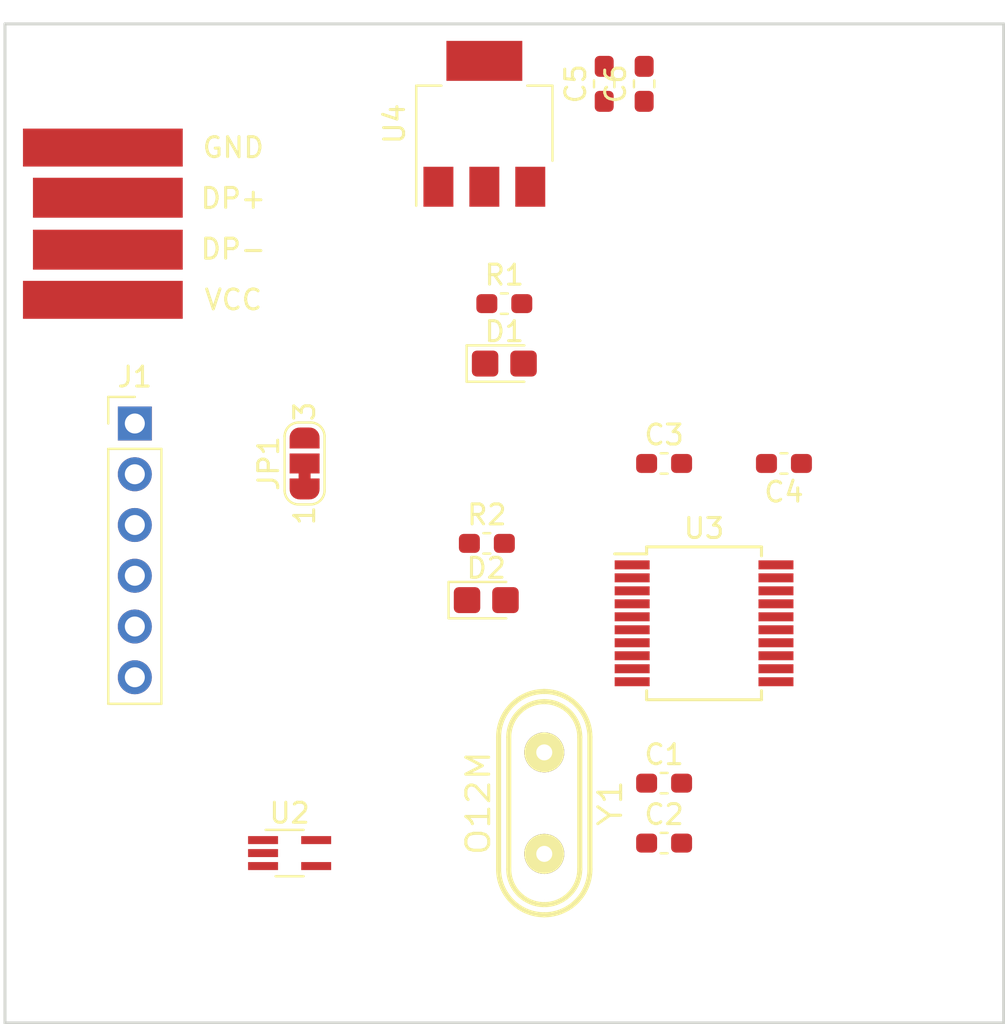
<source format=kicad_pcb>
(kicad_pcb (version 20171130) (host pcbnew 5.0.2-bee76a0~70~ubuntu18.04.1)

  (general
    (thickness 1.6)
    (drawings 4)
    (tracks 0)
    (zones 0)
    (modules 17)
    (nets 22)
  )

  (page A4)
  (layers
    (0 F.Cu signal)
    (31 B.Cu signal)
    (32 B.Adhes user)
    (33 F.Adhes user)
    (34 B.Paste user)
    (35 F.Paste user)
    (36 B.SilkS user)
    (37 F.SilkS user)
    (38 B.Mask user)
    (39 F.Mask user)
    (40 Dwgs.User user)
    (41 Cmts.User user)
    (42 Eco1.User user)
    (43 Eco2.User user)
    (44 Edge.Cuts user)
    (45 Margin user)
    (46 B.CrtYd user)
    (47 F.CrtYd user)
    (48 B.Fab user)
    (49 F.Fab user)
  )

  (setup
    (last_trace_width 0.5)
    (trace_clearance 1)
    (zone_clearance 0.508)
    (zone_45_only no)
    (trace_min 0.2)
    (segment_width 0.2)
    (edge_width 0.15)
    (via_size 1.5)
    (via_drill 0.4)
    (via_min_size 0.4)
    (via_min_drill 0.3)
    (uvia_size 0.3)
    (uvia_drill 0.1)
    (uvias_allowed no)
    (uvia_min_size 0.2)
    (uvia_min_drill 0.1)
    (pcb_text_width 0.3)
    (pcb_text_size 1.5 1.5)
    (mod_edge_width 0.15)
    (mod_text_size 1 1)
    (mod_text_width 0.15)
    (pad_size 1.524 1.524)
    (pad_drill 0.762)
    (pad_to_mask_clearance 0.051)
    (solder_mask_min_width 0.25)
    (aux_axis_origin 0 0)
    (visible_elements FFFFFF7F)
    (pcbplotparams
      (layerselection 0x010fc_ffffffff)
      (usegerberextensions false)
      (usegerberattributes false)
      (usegerberadvancedattributes false)
      (creategerberjobfile false)
      (excludeedgelayer true)
      (linewidth 0.100000)
      (plotframeref false)
      (viasonmask false)
      (mode 1)
      (useauxorigin false)
      (hpglpennumber 1)
      (hpglpenspeed 20)
      (hpglpendiameter 15.000000)
      (psnegative false)
      (psa4output false)
      (plotreference true)
      (plotvalue true)
      (plotinvisibletext false)
      (padsonsilk false)
      (subtractmaskfromsilk false)
      (outputformat 1)
      (mirror false)
      (drillshape 1)
      (scaleselection 1)
      (outputdirectory ""))
  )

  (net 0 "")
  (net 1 "Net-(C1-Pad1)")
  (net 2 "Net-(C2-Pad1)")
  (net 3 /DM)
  (net 4 /DP)
  (net 5 GND)
  (net 6 +5V)
  (net 7 VCC)
  (net 8 "Net-(D2-Pad2)")
  (net 9 "Net-(D1-Pad2)")
  (net 10 /RXD)
  (net 11 "Net-(D1-Pad1)")
  (net 12 +3V3)
  (net 13 /TXD)
  (net 14 "Net-(C3-Pad1)")
  (net 15 /~CTS~)
  (net 16 "Net-(U3-Pad10)")
  (net 17 "Net-(U3-Pad11)")
  (net 18 "Net-(U3-Pad12)")
  (net 19 /~DTR~)
  (net 20 "Net-(U3-Pad14)")
  (net 21 "Net-(U3-Pad15)")

  (net_class Default "This is the default net class."
    (clearance 1)
    (trace_width 0.5)
    (via_dia 1.5)
    (via_drill 0.4)
    (uvia_dia 0.3)
    (uvia_drill 0.1)
    (add_net /DM)
    (add_net /DP)
    (add_net /RXD)
    (add_net /TXD)
    (add_net /~CTS~)
    (add_net /~DTR~)
    (add_net "Net-(C1-Pad1)")
    (add_net "Net-(C2-Pad1)")
    (add_net "Net-(C3-Pad1)")
    (add_net "Net-(D1-Pad1)")
    (add_net "Net-(D1-Pad2)")
    (add_net "Net-(D2-Pad2)")
    (add_net "Net-(U3-Pad10)")
    (add_net "Net-(U3-Pad11)")
    (add_net "Net-(U3-Pad12)")
    (add_net "Net-(U3-Pad14)")
    (add_net "Net-(U3-Pad15)")
  )

  (net_class GND ""
    (clearance 1)
    (trace_width 1)
    (via_dia 1.5)
    (via_drill 0.4)
    (uvia_dia 0.3)
    (uvia_drill 0.1)
    (add_net GND)
  )

  (net_class PWR ""
    (clearance 1)
    (trace_width 0.75)
    (via_dia 1.5)
    (via_drill 0.4)
    (uvia_dia 0.3)
    (uvia_drill 0.1)
    (add_net +3V3)
    (add_net +5V)
    (add_net VCC)
  )

  (module Capacitor_SMD:C_0603_1608Metric_Pad1.05x0.95mm_HandSolder (layer F.Cu) (tedit 5B301BBE) (tstamp 5C137800)
    (at 33 41)
    (descr "Capacitor SMD 0603 (1608 Metric), square (rectangular) end terminal, IPC_7351 nominal with elongated pad for handsoldering. (Body size source: http://www.tortai-tech.com/upload/download/2011102023233369053.pdf), generated with kicad-footprint-generator")
    (tags "capacitor handsolder")
    (path /5C0584A5)
    (attr smd)
    (fp_text reference C2 (at 0 -1.43) (layer F.SilkS)
      (effects (font (size 1 1) (thickness 0.15)))
    )
    (fp_text value C10pf,0603 (at 0 1.43) (layer F.Fab)
      (effects (font (size 1 1) (thickness 0.15)))
    )
    (fp_text user %R (at 0 0) (layer F.Fab)
      (effects (font (size 0.4 0.4) (thickness 0.06)))
    )
    (fp_line (start 1.65 0.73) (end -1.65 0.73) (layer F.CrtYd) (width 0.05))
    (fp_line (start 1.65 -0.73) (end 1.65 0.73) (layer F.CrtYd) (width 0.05))
    (fp_line (start -1.65 -0.73) (end 1.65 -0.73) (layer F.CrtYd) (width 0.05))
    (fp_line (start -1.65 0.73) (end -1.65 -0.73) (layer F.CrtYd) (width 0.05))
    (fp_line (start -0.171267 0.51) (end 0.171267 0.51) (layer F.SilkS) (width 0.12))
    (fp_line (start -0.171267 -0.51) (end 0.171267 -0.51) (layer F.SilkS) (width 0.12))
    (fp_line (start 0.8 0.4) (end -0.8 0.4) (layer F.Fab) (width 0.1))
    (fp_line (start 0.8 -0.4) (end 0.8 0.4) (layer F.Fab) (width 0.1))
    (fp_line (start -0.8 -0.4) (end 0.8 -0.4) (layer F.Fab) (width 0.1))
    (fp_line (start -0.8 0.4) (end -0.8 -0.4) (layer F.Fab) (width 0.1))
    (pad 2 smd roundrect (at 0.875 0) (size 1.05 0.95) (layers F.Cu F.Paste F.Mask) (roundrect_rratio 0.25)
      (net 5 GND))
    (pad 1 smd roundrect (at -0.875 0) (size 1.05 0.95) (layers F.Cu F.Paste F.Mask) (roundrect_rratio 0.25)
      (net 2 "Net-(C2-Pad1)"))
    (model ${KISYS3DMOD}/Capacitor_SMD.3dshapes/C_0603_1608Metric.wrl
      (at (xyz 0 0 0))
      (scale (xyz 1 1 1))
      (rotate (xyz 0 0 0))
    )
  )

  (module Capacitor_SMD:C_0603_1608Metric_Pad1.05x0.95mm_HandSolder (layer F.Cu) (tedit 5B301BBE) (tstamp 5C1377EF)
    (at 33 22)
    (descr "Capacitor SMD 0603 (1608 Metric), square (rectangular) end terminal, IPC_7351 nominal with elongated pad for handsoldering. (Body size source: http://www.tortai-tech.com/upload/download/2011102023233369053.pdf), generated with kicad-footprint-generator")
    (tags "capacitor handsolder")
    (path /5C058164)
    (attr smd)
    (fp_text reference C3 (at 0 -1.43) (layer F.SilkS)
      (effects (font (size 1 1) (thickness 0.15)))
    )
    (fp_text value C103,0603 (at 0 1.43) (layer F.Fab)
      (effects (font (size 1 1) (thickness 0.15)))
    )
    (fp_line (start -0.8 0.4) (end -0.8 -0.4) (layer F.Fab) (width 0.1))
    (fp_line (start -0.8 -0.4) (end 0.8 -0.4) (layer F.Fab) (width 0.1))
    (fp_line (start 0.8 -0.4) (end 0.8 0.4) (layer F.Fab) (width 0.1))
    (fp_line (start 0.8 0.4) (end -0.8 0.4) (layer F.Fab) (width 0.1))
    (fp_line (start -0.171267 -0.51) (end 0.171267 -0.51) (layer F.SilkS) (width 0.12))
    (fp_line (start -0.171267 0.51) (end 0.171267 0.51) (layer F.SilkS) (width 0.12))
    (fp_line (start -1.65 0.73) (end -1.65 -0.73) (layer F.CrtYd) (width 0.05))
    (fp_line (start -1.65 -0.73) (end 1.65 -0.73) (layer F.CrtYd) (width 0.05))
    (fp_line (start 1.65 -0.73) (end 1.65 0.73) (layer F.CrtYd) (width 0.05))
    (fp_line (start 1.65 0.73) (end -1.65 0.73) (layer F.CrtYd) (width 0.05))
    (fp_text user %R (at 0 0) (layer F.Fab)
      (effects (font (size 0.4 0.4) (thickness 0.06)))
    )
    (pad 1 smd roundrect (at -0.875 0) (size 1.05 0.95) (layers F.Cu F.Paste F.Mask) (roundrect_rratio 0.25)
      (net 14 "Net-(C3-Pad1)"))
    (pad 2 smd roundrect (at 0.875 0) (size 1.05 0.95) (layers F.Cu F.Paste F.Mask) (roundrect_rratio 0.25)
      (net 5 GND))
    (model ${KISYS3DMOD}/Capacitor_SMD.3dshapes/C_0603_1608Metric.wrl
      (at (xyz 0 0 0))
      (scale (xyz 1 1 1))
      (rotate (xyz 0 0 0))
    )
  )

  (module Capacitor_SMD:C_0603_1608Metric_Pad1.05x0.95mm_HandSolder (layer F.Cu) (tedit 5B301BBE) (tstamp 5C1377DE)
    (at 39 22 180)
    (descr "Capacitor SMD 0603 (1608 Metric), square (rectangular) end terminal, IPC_7351 nominal with elongated pad for handsoldering. (Body size source: http://www.tortai-tech.com/upload/download/2011102023233369053.pdf), generated with kicad-footprint-generator")
    (tags "capacitor handsolder")
    (path /5C058D78)
    (attr smd)
    (fp_text reference C4 (at 0 -1.43 180) (layer F.SilkS)
      (effects (font (size 1 1) (thickness 0.15)))
    )
    (fp_text value C104,0603 (at 0 1.43 180) (layer F.Fab)
      (effects (font (size 1 1) (thickness 0.15)))
    )
    (fp_text user %R (at 0 0 180) (layer F.Fab)
      (effects (font (size 0.4 0.4) (thickness 0.06)))
    )
    (fp_line (start 1.65 0.73) (end -1.65 0.73) (layer F.CrtYd) (width 0.05))
    (fp_line (start 1.65 -0.73) (end 1.65 0.73) (layer F.CrtYd) (width 0.05))
    (fp_line (start -1.65 -0.73) (end 1.65 -0.73) (layer F.CrtYd) (width 0.05))
    (fp_line (start -1.65 0.73) (end -1.65 -0.73) (layer F.CrtYd) (width 0.05))
    (fp_line (start -0.171267 0.51) (end 0.171267 0.51) (layer F.SilkS) (width 0.12))
    (fp_line (start -0.171267 -0.51) (end 0.171267 -0.51) (layer F.SilkS) (width 0.12))
    (fp_line (start 0.8 0.4) (end -0.8 0.4) (layer F.Fab) (width 0.1))
    (fp_line (start 0.8 -0.4) (end 0.8 0.4) (layer F.Fab) (width 0.1))
    (fp_line (start -0.8 -0.4) (end 0.8 -0.4) (layer F.Fab) (width 0.1))
    (fp_line (start -0.8 0.4) (end -0.8 -0.4) (layer F.Fab) (width 0.1))
    (pad 2 smd roundrect (at 0.875 0 180) (size 1.05 0.95) (layers F.Cu F.Paste F.Mask) (roundrect_rratio 0.25)
      (net 5 GND))
    (pad 1 smd roundrect (at -0.875 0 180) (size 1.05 0.95) (layers F.Cu F.Paste F.Mask) (roundrect_rratio 0.25)
      (net 7 VCC))
    (model ${KISYS3DMOD}/Capacitor_SMD.3dshapes/C_0603_1608Metric.wrl
      (at (xyz 0 0 0))
      (scale (xyz 1 1 1))
      (rotate (xyz 0 0 0))
    )
  )

  (module Capacitor_SMD:C_0603_1608Metric_Pad1.05x0.95mm_HandSolder (layer F.Cu) (tedit 5B301BBE) (tstamp 5C1377CD)
    (at 30 3 90)
    (descr "Capacitor SMD 0603 (1608 Metric), square (rectangular) end terminal, IPC_7351 nominal with elongated pad for handsoldering. (Body size source: http://www.tortai-tech.com/upload/download/2011102023233369053.pdf), generated with kicad-footprint-generator")
    (tags "capacitor handsolder")
    (path /5C065B34)
    (attr smd)
    (fp_text reference C5 (at 0 -1.43 90) (layer F.SilkS)
      (effects (font (size 1 1) (thickness 0.15)))
    )
    (fp_text value C105,0603 (at 0 1.43 90) (layer F.Fab)
      (effects (font (size 1 1) (thickness 0.15)))
    )
    (fp_line (start -0.8 0.4) (end -0.8 -0.4) (layer F.Fab) (width 0.1))
    (fp_line (start -0.8 -0.4) (end 0.8 -0.4) (layer F.Fab) (width 0.1))
    (fp_line (start 0.8 -0.4) (end 0.8 0.4) (layer F.Fab) (width 0.1))
    (fp_line (start 0.8 0.4) (end -0.8 0.4) (layer F.Fab) (width 0.1))
    (fp_line (start -0.171267 -0.51) (end 0.171267 -0.51) (layer F.SilkS) (width 0.12))
    (fp_line (start -0.171267 0.51) (end 0.171267 0.51) (layer F.SilkS) (width 0.12))
    (fp_line (start -1.65 0.73) (end -1.65 -0.73) (layer F.CrtYd) (width 0.05))
    (fp_line (start -1.65 -0.73) (end 1.65 -0.73) (layer F.CrtYd) (width 0.05))
    (fp_line (start 1.65 -0.73) (end 1.65 0.73) (layer F.CrtYd) (width 0.05))
    (fp_line (start 1.65 0.73) (end -1.65 0.73) (layer F.CrtYd) (width 0.05))
    (fp_text user %R (at 0 0 90) (layer F.Fab)
      (effects (font (size 0.4 0.4) (thickness 0.06)))
    )
    (pad 1 smd roundrect (at -0.875 0 90) (size 1.05 0.95) (layers F.Cu F.Paste F.Mask) (roundrect_rratio 0.25)
      (net 6 +5V))
    (pad 2 smd roundrect (at 0.875 0 90) (size 1.05 0.95) (layers F.Cu F.Paste F.Mask) (roundrect_rratio 0.25)
      (net 5 GND))
    (model ${KISYS3DMOD}/Capacitor_SMD.3dshapes/C_0603_1608Metric.wrl
      (at (xyz 0 0 0))
      (scale (xyz 1 1 1))
      (rotate (xyz 0 0 0))
    )
  )

  (module Capacitor_SMD:C_0603_1608Metric_Pad1.05x0.95mm_HandSolder (layer F.Cu) (tedit 5B301BBE) (tstamp 5C1377BC)
    (at 32 3 90)
    (descr "Capacitor SMD 0603 (1608 Metric), square (rectangular) end terminal, IPC_7351 nominal with elongated pad for handsoldering. (Body size source: http://www.tortai-tech.com/upload/download/2011102023233369053.pdf), generated with kicad-footprint-generator")
    (tags "capacitor handsolder")
    (path /5C065CBD)
    (attr smd)
    (fp_text reference C6 (at 0 -1.43 90) (layer F.SilkS)
      (effects (font (size 1 1) (thickness 0.15)))
    )
    (fp_text value C105,0603 (at 0 1.43 90) (layer F.Fab)
      (effects (font (size 1 1) (thickness 0.15)))
    )
    (fp_text user %R (at 0 0 90) (layer F.Fab)
      (effects (font (size 0.4 0.4) (thickness 0.06)))
    )
    (fp_line (start 1.65 0.73) (end -1.65 0.73) (layer F.CrtYd) (width 0.05))
    (fp_line (start 1.65 -0.73) (end 1.65 0.73) (layer F.CrtYd) (width 0.05))
    (fp_line (start -1.65 -0.73) (end 1.65 -0.73) (layer F.CrtYd) (width 0.05))
    (fp_line (start -1.65 0.73) (end -1.65 -0.73) (layer F.CrtYd) (width 0.05))
    (fp_line (start -0.171267 0.51) (end 0.171267 0.51) (layer F.SilkS) (width 0.12))
    (fp_line (start -0.171267 -0.51) (end 0.171267 -0.51) (layer F.SilkS) (width 0.12))
    (fp_line (start 0.8 0.4) (end -0.8 0.4) (layer F.Fab) (width 0.1))
    (fp_line (start 0.8 -0.4) (end 0.8 0.4) (layer F.Fab) (width 0.1))
    (fp_line (start -0.8 -0.4) (end 0.8 -0.4) (layer F.Fab) (width 0.1))
    (fp_line (start -0.8 0.4) (end -0.8 -0.4) (layer F.Fab) (width 0.1))
    (pad 2 smd roundrect (at 0.875 0 90) (size 1.05 0.95) (layers F.Cu F.Paste F.Mask) (roundrect_rratio 0.25)
      (net 5 GND))
    (pad 1 smd roundrect (at -0.875 0 90) (size 1.05 0.95) (layers F.Cu F.Paste F.Mask) (roundrect_rratio 0.25)
      (net 12 +3V3))
    (model ${KISYS3DMOD}/Capacitor_SMD.3dshapes/C_0603_1608Metric.wrl
      (at (xyz 0 0 0))
      (scale (xyz 1 1 1))
      (rotate (xyz 0 0 0))
    )
  )

  (module Capacitor_SMD:C_0603_1608Metric_Pad1.05x0.95mm_HandSolder (layer F.Cu) (tedit 5B301BBE) (tstamp 5C1377AB)
    (at 33 38)
    (descr "Capacitor SMD 0603 (1608 Metric), square (rectangular) end terminal, IPC_7351 nominal with elongated pad for handsoldering. (Body size source: http://www.tortai-tech.com/upload/download/2011102023233369053.pdf), generated with kicad-footprint-generator")
    (tags "capacitor handsolder")
    (path /5C05845E)
    (attr smd)
    (fp_text reference C1 (at 0 -1.43) (layer F.SilkS)
      (effects (font (size 1 1) (thickness 0.15)))
    )
    (fp_text value C10pf,0603 (at 0 1.43) (layer F.Fab)
      (effects (font (size 1 1) (thickness 0.15)))
    )
    (fp_line (start -0.8 0.4) (end -0.8 -0.4) (layer F.Fab) (width 0.1))
    (fp_line (start -0.8 -0.4) (end 0.8 -0.4) (layer F.Fab) (width 0.1))
    (fp_line (start 0.8 -0.4) (end 0.8 0.4) (layer F.Fab) (width 0.1))
    (fp_line (start 0.8 0.4) (end -0.8 0.4) (layer F.Fab) (width 0.1))
    (fp_line (start -0.171267 -0.51) (end 0.171267 -0.51) (layer F.SilkS) (width 0.12))
    (fp_line (start -0.171267 0.51) (end 0.171267 0.51) (layer F.SilkS) (width 0.12))
    (fp_line (start -1.65 0.73) (end -1.65 -0.73) (layer F.CrtYd) (width 0.05))
    (fp_line (start -1.65 -0.73) (end 1.65 -0.73) (layer F.CrtYd) (width 0.05))
    (fp_line (start 1.65 -0.73) (end 1.65 0.73) (layer F.CrtYd) (width 0.05))
    (fp_line (start 1.65 0.73) (end -1.65 0.73) (layer F.CrtYd) (width 0.05))
    (fp_text user %R (at 0 0) (layer F.Fab)
      (effects (font (size 0.4 0.4) (thickness 0.06)))
    )
    (pad 1 smd roundrect (at -0.875 0) (size 1.05 0.95) (layers F.Cu F.Paste F.Mask) (roundrect_rratio 0.25)
      (net 1 "Net-(C1-Pad1)"))
    (pad 2 smd roundrect (at 0.875 0) (size 1.05 0.95) (layers F.Cu F.Paste F.Mask) (roundrect_rratio 0.25)
      (net 5 GND))
    (model ${KISYS3DMOD}/Capacitor_SMD.3dshapes/C_0603_1608Metric.wrl
      (at (xyz 0 0 0))
      (scale (xyz 1 1 1))
      (rotate (xyz 0 0 0))
    )
  )

  (module Connector_PinHeader_2.54mm:PinHeader_1x06_P2.54mm_Vertical (layer F.Cu) (tedit 59FED5CC) (tstamp 5C13779A)
    (at 6.5 20)
    (descr "Through hole straight pin header, 1x06, 2.54mm pitch, single row")
    (tags "Through hole pin header THT 1x06 2.54mm single row")
    (path /5C06BE8D)
    (fp_text reference J1 (at 0 -2.33) (layer F.SilkS)
      (effects (font (size 1 1) (thickness 0.15)))
    )
    (fp_text value Conn_01x06 (at 0 15.03) (layer F.Fab)
      (effects (font (size 1 1) (thickness 0.15)))
    )
    (fp_line (start -0.635 -1.27) (end 1.27 -1.27) (layer F.Fab) (width 0.1))
    (fp_line (start 1.27 -1.27) (end 1.27 13.97) (layer F.Fab) (width 0.1))
    (fp_line (start 1.27 13.97) (end -1.27 13.97) (layer F.Fab) (width 0.1))
    (fp_line (start -1.27 13.97) (end -1.27 -0.635) (layer F.Fab) (width 0.1))
    (fp_line (start -1.27 -0.635) (end -0.635 -1.27) (layer F.Fab) (width 0.1))
    (fp_line (start -1.33 14.03) (end 1.33 14.03) (layer F.SilkS) (width 0.12))
    (fp_line (start -1.33 1.27) (end -1.33 14.03) (layer F.SilkS) (width 0.12))
    (fp_line (start 1.33 1.27) (end 1.33 14.03) (layer F.SilkS) (width 0.12))
    (fp_line (start -1.33 1.27) (end 1.33 1.27) (layer F.SilkS) (width 0.12))
    (fp_line (start -1.33 0) (end -1.33 -1.33) (layer F.SilkS) (width 0.12))
    (fp_line (start -1.33 -1.33) (end 0 -1.33) (layer F.SilkS) (width 0.12))
    (fp_line (start -1.8 -1.8) (end -1.8 14.5) (layer F.CrtYd) (width 0.05))
    (fp_line (start -1.8 14.5) (end 1.8 14.5) (layer F.CrtYd) (width 0.05))
    (fp_line (start 1.8 14.5) (end 1.8 -1.8) (layer F.CrtYd) (width 0.05))
    (fp_line (start 1.8 -1.8) (end -1.8 -1.8) (layer F.CrtYd) (width 0.05))
    (fp_text user %R (at 0 6.35 90) (layer F.Fab)
      (effects (font (size 1 1) (thickness 0.15)))
    )
    (pad 1 thru_hole rect (at 0 0) (size 1.7 1.7) (drill 1) (layers *.Cu *.Mask)
      (net 5 GND))
    (pad 2 thru_hole oval (at 0 2.54) (size 1.7 1.7) (drill 1) (layers *.Cu *.Mask)
      (net 15 /~CTS~))
    (pad 3 thru_hole oval (at 0 5.08) (size 1.7 1.7) (drill 1) (layers *.Cu *.Mask)
      (net 7 VCC))
    (pad 4 thru_hole oval (at 0 7.62) (size 1.7 1.7) (drill 1) (layers *.Cu *.Mask)
      (net 13 /TXD))
    (pad 5 thru_hole oval (at 0 10.16) (size 1.7 1.7) (drill 1) (layers *.Cu *.Mask)
      (net 10 /RXD))
    (pad 6 thru_hole oval (at 0 12.7) (size 1.7 1.7) (drill 1) (layers *.Cu *.Mask)
      (net 19 /~DTR~))
    (model ${KISYS3DMOD}/Connector_PinHeader_2.54mm.3dshapes/PinHeader_1x06_P2.54mm_Vertical.wrl
      (at (xyz 0 0 0))
      (scale (xyz 1 1 1))
      (rotate (xyz 0 0 0))
    )
  )

  (module Jumper:SolderJumper-3_P1.3mm_Bridged12_RoundedPad1.0x1.5mm_NumberLabels (layer F.Cu) (tedit 5B391DD7) (tstamp 5C137780)
    (at 15 22 90)
    (descr "SMD Solder 3-pad Jumper, 1x1.5mm rounded Pads, 0.3mm gap, pads 1-2 bridged with 1 copper strip, labeled with numbers")
    (tags "solder jumper open")
    (path /5C073522)
    (attr virtual)
    (fp_text reference JP1 (at 0 -1.8 90) (layer F.SilkS)
      (effects (font (size 1 1) (thickness 0.15)))
    )
    (fp_text value SolderJumper_3_Bridged12 (at 0 1.9 90) (layer F.Fab)
      (effects (font (size 1 1) (thickness 0.15)))
    )
    (fp_text user 3 (at 2.6 0 90) (layer F.SilkS)
      (effects (font (size 1 1) (thickness 0.15)))
    )
    (fp_text user 1 (at -2.6 0 90) (layer F.SilkS)
      (effects (font (size 1 1) (thickness 0.15)))
    )
    (fp_line (start -2.05 0.3) (end -2.05 -0.3) (layer F.SilkS) (width 0.12))
    (fp_line (start 1.4 1) (end -1.4 1) (layer F.SilkS) (width 0.12))
    (fp_line (start 2.05 -0.3) (end 2.05 0.3) (layer F.SilkS) (width 0.12))
    (fp_line (start -1.4 -1) (end 1.4 -1) (layer F.SilkS) (width 0.12))
    (fp_line (start -2.3 -1.25) (end 2.3 -1.25) (layer F.CrtYd) (width 0.05))
    (fp_line (start -2.3 -1.25) (end -2.3 1.25) (layer F.CrtYd) (width 0.05))
    (fp_line (start 2.3 1.25) (end 2.3 -1.25) (layer F.CrtYd) (width 0.05))
    (fp_line (start 2.3 1.25) (end -2.3 1.25) (layer F.CrtYd) (width 0.05))
    (fp_arc (start 1.35 -0.3) (end 2.05 -0.3) (angle -90) (layer F.SilkS) (width 0.12))
    (fp_arc (start 1.35 0.3) (end 1.35 1) (angle -90) (layer F.SilkS) (width 0.12))
    (fp_arc (start -1.35 0.3) (end -2.05 0.3) (angle -90) (layer F.SilkS) (width 0.12))
    (fp_arc (start -1.35 -0.3) (end -1.35 -1) (angle -90) (layer F.SilkS) (width 0.12))
    (pad 1 smd custom (at -1.3 0 90) (size 1 0.5) (layers F.Cu F.Mask)
      (net 12 +3V3) (zone_connect 0)
      (options (clearance outline) (anchor rect))
      (primitives
        (gr_circle (center 0 0.25) (end 0.5 0.25) (width 0))
        (gr_circle (center 0 -0.25) (end 0.5 -0.25) (width 0))
        (gr_poly (pts
           (xy 0.55 -0.75) (xy 0 -0.75) (xy 0 0.75) (xy 0.55 0.75)) (width 0))
        (gr_poly (pts
           (xy 0.4 -0.3) (xy 0.9 -0.3) (xy 0.9 0.3) (xy 0.4 0.3)) (width 0))
      ))
    (pad 3 smd custom (at 1.3 0 90) (size 1 0.5) (layers F.Cu F.Mask)
      (net 6 +5V) (zone_connect 0)
      (options (clearance outline) (anchor rect))
      (primitives
        (gr_circle (center 0 0.25) (end 0.5 0.25) (width 0))
        (gr_circle (center 0 -0.25) (end 0.5 -0.25) (width 0))
        (gr_poly (pts
           (xy -0.55 -0.75) (xy 0 -0.75) (xy 0 0.75) (xy -0.55 0.75)) (width 0))
      ))
    (pad 2 smd rect (at 0 0 90) (size 1 1.5) (layers F.Cu F.Mask)
      (net 7 VCC))
  )

  (module LED_SMD:LED_0805_2012Metric_Castellated (layer F.Cu) (tedit 5B36C52C) (tstamp 5C13776B)
    (at 25 17)
    (descr "LED SMD 0805 (2012 Metric), castellated end terminal, IPC_7351 nominal, (Body size source: https://docs.google.com/spreadsheets/d/1BsfQQcO9C6DZCsRaXUlFlo91Tg2WpOkGARC1WS5S8t0/edit?usp=sharing), generated with kicad-footprint-generator")
    (tags "LED castellated")
    (path /5C06097E)
    (attr smd)
    (fp_text reference D1 (at 0 -1.6) (layer F.SilkS)
      (effects (font (size 1 1) (thickness 0.15)))
    )
    (fp_text value LED_ORANGE (at 0 1.6) (layer F.Fab)
      (effects (font (size 1 1) (thickness 0.15)))
    )
    (fp_text user %R (at 0 0) (layer F.Fab)
      (effects (font (size 0.5 0.5) (thickness 0.08)))
    )
    (fp_line (start 1.88 0.9) (end -1.88 0.9) (layer F.CrtYd) (width 0.05))
    (fp_line (start 1.88 -0.9) (end 1.88 0.9) (layer F.CrtYd) (width 0.05))
    (fp_line (start -1.88 -0.9) (end 1.88 -0.9) (layer F.CrtYd) (width 0.05))
    (fp_line (start -1.88 0.9) (end -1.88 -0.9) (layer F.CrtYd) (width 0.05))
    (fp_line (start -1.885 0.91) (end 1 0.91) (layer F.SilkS) (width 0.12))
    (fp_line (start -1.885 -0.91) (end -1.885 0.91) (layer F.SilkS) (width 0.12))
    (fp_line (start 1 -0.91) (end -1.885 -0.91) (layer F.SilkS) (width 0.12))
    (fp_line (start 1 0.6) (end 1 -0.6) (layer F.Fab) (width 0.1))
    (fp_line (start -1 0.6) (end 1 0.6) (layer F.Fab) (width 0.1))
    (fp_line (start -1 -0.3) (end -1 0.6) (layer F.Fab) (width 0.1))
    (fp_line (start -0.7 -0.6) (end -1 -0.3) (layer F.Fab) (width 0.1))
    (fp_line (start 1 -0.6) (end -0.7 -0.6) (layer F.Fab) (width 0.1))
    (pad 2 smd roundrect (at 0.9625 0) (size 1.325 1.3) (layers F.Cu F.Paste F.Mask) (roundrect_rratio 0.192308)
      (net 9 "Net-(D1-Pad2)"))
    (pad 1 smd roundrect (at -0.9625 0) (size 1.325 1.3) (layers F.Cu F.Paste F.Mask) (roundrect_rratio 0.192308)
      (net 11 "Net-(D1-Pad1)"))
    (model ${KISYS3DMOD}/LED_SMD.3dshapes/LED_0805_2012Metric_Castellated.wrl
      (at (xyz 0 0 0))
      (scale (xyz 1 1 1))
      (rotate (xyz 0 0 0))
    )
  )

  (module LED_SMD:LED_0805_2012Metric_Castellated (layer F.Cu) (tedit 5B36C52C) (tstamp 5C137758)
    (at 24.095001 28.840001)
    (descr "LED SMD 0805 (2012 Metric), castellated end terminal, IPC_7351 nominal, (Body size source: https://docs.google.com/spreadsheets/d/1BsfQQcO9C6DZCsRaXUlFlo91Tg2WpOkGARC1WS5S8t0/edit?usp=sharing), generated with kicad-footprint-generator")
    (tags "LED castellated")
    (path /5C05A358)
    (attr smd)
    (fp_text reference D2 (at 0 -1.6) (layer F.SilkS)
      (effects (font (size 1 1) (thickness 0.15)))
    )
    (fp_text value LED_GREEN (at 0 1.6) (layer F.Fab)
      (effects (font (size 1 1) (thickness 0.15)))
    )
    (fp_line (start 1 -0.6) (end -0.7 -0.6) (layer F.Fab) (width 0.1))
    (fp_line (start -0.7 -0.6) (end -1 -0.3) (layer F.Fab) (width 0.1))
    (fp_line (start -1 -0.3) (end -1 0.6) (layer F.Fab) (width 0.1))
    (fp_line (start -1 0.6) (end 1 0.6) (layer F.Fab) (width 0.1))
    (fp_line (start 1 0.6) (end 1 -0.6) (layer F.Fab) (width 0.1))
    (fp_line (start 1 -0.91) (end -1.885 -0.91) (layer F.SilkS) (width 0.12))
    (fp_line (start -1.885 -0.91) (end -1.885 0.91) (layer F.SilkS) (width 0.12))
    (fp_line (start -1.885 0.91) (end 1 0.91) (layer F.SilkS) (width 0.12))
    (fp_line (start -1.88 0.9) (end -1.88 -0.9) (layer F.CrtYd) (width 0.05))
    (fp_line (start -1.88 -0.9) (end 1.88 -0.9) (layer F.CrtYd) (width 0.05))
    (fp_line (start 1.88 -0.9) (end 1.88 0.9) (layer F.CrtYd) (width 0.05))
    (fp_line (start 1.88 0.9) (end -1.88 0.9) (layer F.CrtYd) (width 0.05))
    (fp_text user %R (at 0 0) (layer F.Fab)
      (effects (font (size 0.5 0.5) (thickness 0.08)))
    )
    (pad 1 smd roundrect (at -0.9625 0) (size 1.325 1.3) (layers F.Cu F.Paste F.Mask) (roundrect_rratio 0.192308)
      (net 13 /TXD))
    (pad 2 smd roundrect (at 0.9625 0) (size 1.325 1.3) (layers F.Cu F.Paste F.Mask) (roundrect_rratio 0.192308)
      (net 8 "Net-(D2-Pad2)"))
    (model ${KISYS3DMOD}/LED_SMD.3dshapes/LED_0805_2012Metric_Castellated.wrl
      (at (xyz 0 0 0))
      (scale (xyz 1 1 1))
      (rotate (xyz 0 0 0))
    )
  )

  (module Package_SO:SSOP-20_5.3x7.2mm_P0.65mm (layer F.Cu) (tedit 5A02F25C) (tstamp 5C137745)
    (at 35 30)
    (descr "20-Lead Plastic Shrink Small Outline (SS)-5.30 mm Body [SSOP] (see Microchip Packaging Specification 00000049BS.pdf)")
    (tags "SSOP 0.65")
    (path /5C058043)
    (attr smd)
    (fp_text reference U3 (at 0 -4.75) (layer F.SilkS)
      (effects (font (size 1 1) (thickness 0.15)))
    )
    (fp_text value CH340G (at 0 4.75) (layer F.Fab)
      (effects (font (size 1 1) (thickness 0.15)))
    )
    (fp_line (start -1.65 -3.6) (end 2.65 -3.6) (layer F.Fab) (width 0.15))
    (fp_line (start 2.65 -3.6) (end 2.65 3.6) (layer F.Fab) (width 0.15))
    (fp_line (start 2.65 3.6) (end -2.65 3.6) (layer F.Fab) (width 0.15))
    (fp_line (start -2.65 3.6) (end -2.65 -2.6) (layer F.Fab) (width 0.15))
    (fp_line (start -2.65 -2.6) (end -1.65 -3.6) (layer F.Fab) (width 0.15))
    (fp_line (start -4.75 -4) (end -4.75 4) (layer F.CrtYd) (width 0.05))
    (fp_line (start 4.75 -4) (end 4.75 4) (layer F.CrtYd) (width 0.05))
    (fp_line (start -4.75 -4) (end 4.75 -4) (layer F.CrtYd) (width 0.05))
    (fp_line (start -4.75 4) (end 4.75 4) (layer F.CrtYd) (width 0.05))
    (fp_line (start -2.875 -3.825) (end -2.875 -3.475) (layer F.SilkS) (width 0.15))
    (fp_line (start 2.875 -3.825) (end 2.875 -3.375) (layer F.SilkS) (width 0.15))
    (fp_line (start 2.875 3.825) (end 2.875 3.375) (layer F.SilkS) (width 0.15))
    (fp_line (start -2.875 3.825) (end -2.875 3.375) (layer F.SilkS) (width 0.15))
    (fp_line (start -2.875 -3.825) (end 2.875 -3.825) (layer F.SilkS) (width 0.15))
    (fp_line (start -2.875 3.825) (end 2.875 3.825) (layer F.SilkS) (width 0.15))
    (fp_line (start -2.875 -3.475) (end -4.475 -3.475) (layer F.SilkS) (width 0.15))
    (fp_text user %R (at 0 0) (layer F.Fab)
      (effects (font (size 0.8 0.8) (thickness 0.15)))
    )
    (pad 1 smd rect (at -3.6 -2.925) (size 1.75 0.45) (layers F.Cu F.Paste F.Mask)
      (net 5 GND))
    (pad 2 smd rect (at -3.6 -2.275) (size 1.75 0.45) (layers F.Cu F.Paste F.Mask)
      (net 13 /TXD))
    (pad 3 smd rect (at -3.6 -1.625) (size 1.75 0.45) (layers F.Cu F.Paste F.Mask)
      (net 10 /RXD))
    (pad 4 smd rect (at -3.6 -0.975) (size 1.75 0.45) (layers F.Cu F.Paste F.Mask)
      (net 14 "Net-(C3-Pad1)"))
    (pad 5 smd rect (at -3.6 -0.325) (size 1.75 0.45) (layers F.Cu F.Paste F.Mask)
      (net 4 /DP))
    (pad 6 smd rect (at -3.6 0.325) (size 1.75 0.45) (layers F.Cu F.Paste F.Mask)
      (net 3 /DM))
    (pad 7 smd rect (at -3.6 0.975) (size 1.75 0.45) (layers F.Cu F.Paste F.Mask)
      (net 1 "Net-(C1-Pad1)"))
    (pad 8 smd rect (at -3.6 1.625) (size 1.75 0.45) (layers F.Cu F.Paste F.Mask)
      (net 2 "Net-(C2-Pad1)"))
    (pad 9 smd rect (at -3.6 2.275) (size 1.75 0.45) (layers F.Cu F.Paste F.Mask)
      (net 15 /~CTS~))
    (pad 10 smd rect (at -3.6 2.925) (size 1.75 0.45) (layers F.Cu F.Paste F.Mask)
      (net 16 "Net-(U3-Pad10)"))
    (pad 11 smd rect (at 3.6 2.925) (size 1.75 0.45) (layers F.Cu F.Paste F.Mask)
      (net 17 "Net-(U3-Pad11)"))
    (pad 12 smd rect (at 3.6 2.275) (size 1.75 0.45) (layers F.Cu F.Paste F.Mask)
      (net 18 "Net-(U3-Pad12)"))
    (pad 13 smd rect (at 3.6 1.625) (size 1.75 0.45) (layers F.Cu F.Paste F.Mask)
      (net 19 /~DTR~))
    (pad 14 smd rect (at 3.6 0.975) (size 1.75 0.45) (layers F.Cu F.Paste F.Mask)
      (net 20 "Net-(U3-Pad14)"))
    (pad 15 smd rect (at 3.6 0.325) (size 1.75 0.45) (layers F.Cu F.Paste F.Mask)
      (net 21 "Net-(U3-Pad15)"))
    (pad 16 smd rect (at 3.6 -0.325) (size 1.75 0.45) (layers F.Cu F.Paste F.Mask)
      (net 7 VCC))
    (pad 17 smd rect (at 3.6 -0.975) (size 1.75 0.45) (layers F.Cu F.Paste F.Mask))
    (pad 18 smd rect (at 3.6 -1.625) (size 1.75 0.45) (layers F.Cu F.Paste F.Mask))
    (pad 19 smd rect (at 3.6 -2.275) (size 1.75 0.45) (layers F.Cu F.Paste F.Mask))
    (pad 20 smd rect (at 3.6 -2.925) (size 1.75 0.45) (layers F.Cu F.Paste F.Mask))
    (model ${KISYS3DMOD}/Package_SO.3dshapes/SSOP-20_5.3x7.2mm_P0.65mm.wrl
      (at (xyz 0 0 0))
      (scale (xyz 1 1 1))
      (rotate (xyz 0 0 0))
    )
  )

  (module Package_TO_SOT_SMD:SOT-223-3_TabPin2 (layer F.Cu) (tedit 5A02FF57) (tstamp 5C13771C)
    (at 24 5 90)
    (descr "module CMS SOT223 4 pins")
    (tags "CMS SOT")
    (path /5C06597F)
    (attr smd)
    (fp_text reference U4 (at 0 -4.5 90) (layer F.SilkS)
      (effects (font (size 1 1) (thickness 0.15)))
    )
    (fp_text value AMS1117-3.3 (at 0 4.5 90) (layer F.Fab)
      (effects (font (size 1 1) (thickness 0.15)))
    )
    (fp_text user %R (at 0 0 180) (layer F.Fab)
      (effects (font (size 0.8 0.8) (thickness 0.12)))
    )
    (fp_line (start 1.91 3.41) (end 1.91 2.15) (layer F.SilkS) (width 0.12))
    (fp_line (start 1.91 -3.41) (end 1.91 -2.15) (layer F.SilkS) (width 0.12))
    (fp_line (start 4.4 -3.6) (end -4.4 -3.6) (layer F.CrtYd) (width 0.05))
    (fp_line (start 4.4 3.6) (end 4.4 -3.6) (layer F.CrtYd) (width 0.05))
    (fp_line (start -4.4 3.6) (end 4.4 3.6) (layer F.CrtYd) (width 0.05))
    (fp_line (start -4.4 -3.6) (end -4.4 3.6) (layer F.CrtYd) (width 0.05))
    (fp_line (start -1.85 -2.35) (end -0.85 -3.35) (layer F.Fab) (width 0.1))
    (fp_line (start -1.85 -2.35) (end -1.85 3.35) (layer F.Fab) (width 0.1))
    (fp_line (start -1.85 3.41) (end 1.91 3.41) (layer F.SilkS) (width 0.12))
    (fp_line (start -0.85 -3.35) (end 1.85 -3.35) (layer F.Fab) (width 0.1))
    (fp_line (start -4.1 -3.41) (end 1.91 -3.41) (layer F.SilkS) (width 0.12))
    (fp_line (start -1.85 3.35) (end 1.85 3.35) (layer F.Fab) (width 0.1))
    (fp_line (start 1.85 -3.35) (end 1.85 3.35) (layer F.Fab) (width 0.1))
    (pad 2 smd rect (at 3.15 0 90) (size 2 3.8) (layers F.Cu F.Paste F.Mask)
      (net 12 +3V3))
    (pad 2 smd rect (at -3.15 0 90) (size 2 1.5) (layers F.Cu F.Paste F.Mask)
      (net 12 +3V3))
    (pad 3 smd rect (at -3.15 2.3 90) (size 2 1.5) (layers F.Cu F.Paste F.Mask)
      (net 6 +5V))
    (pad 1 smd rect (at -3.15 -2.3 90) (size 2 1.5) (layers F.Cu F.Paste F.Mask)
      (net 5 GND))
    (model ${KISYS3DMOD}/Package_TO_SOT_SMD.3dshapes/SOT-223.wrl
      (at (xyz 0 0 0))
      (scale (xyz 1 1 1))
      (rotate (xyz 0 0 0))
    )
  )

  (module Package_TO_SOT_SMD:SOT-353_SC-70-5_Handsoldering (layer F.Cu) (tedit 5A02FF57) (tstamp 5C137706)
    (at 14.25 41.5)
    (descr "SOT-353, SC-70-5, Handsoldering")
    (tags "SOT-353 SC-70-5 Handsoldering")
    (path /5C05F45A)
    (attr smd)
    (fp_text reference U2 (at 0 -2) (layer F.SilkS)
      (effects (font (size 1 1) (thickness 0.15)))
    )
    (fp_text value 74LVC1G08 (at 0 2 180) (layer F.Fab)
      (effects (font (size 1 1) (thickness 0.15)))
    )
    (fp_text user %R (at 0 0 90) (layer F.Fab)
      (effects (font (size 0.5 0.5) (thickness 0.075)))
    )
    (fp_line (start 0.7 -1.16) (end -1.2 -1.16) (layer F.SilkS) (width 0.12))
    (fp_line (start -0.7 1.16) (end 0.7 1.16) (layer F.SilkS) (width 0.12))
    (fp_line (start 2.4 1.4) (end 2.4 -1.4) (layer F.CrtYd) (width 0.05))
    (fp_line (start -2.4 -1.4) (end -2.4 1.4) (layer F.CrtYd) (width 0.05))
    (fp_line (start -2.4 -1.4) (end 2.4 -1.4) (layer F.CrtYd) (width 0.05))
    (fp_line (start 0.675 -1.1) (end -0.175 -1.1) (layer F.Fab) (width 0.1))
    (fp_line (start -0.675 -0.6) (end -0.675 1.1) (layer F.Fab) (width 0.1))
    (fp_line (start -1.6 1.4) (end 1.6 1.4) (layer F.CrtYd) (width 0.05))
    (fp_line (start 0.675 -1.1) (end 0.675 1.1) (layer F.Fab) (width 0.1))
    (fp_line (start 0.675 1.1) (end -0.675 1.1) (layer F.Fab) (width 0.1))
    (fp_line (start -0.175 -1.1) (end -0.675 -0.6) (layer F.Fab) (width 0.1))
    (pad 1 smd rect (at -1.33 -0.65) (size 1.5 0.4) (layers F.Cu F.Paste F.Mask)
      (net 10 /RXD))
    (pad 2 smd rect (at -1.33 0) (size 1.5 0.4) (layers F.Cu F.Paste F.Mask)
      (net 10 /RXD))
    (pad 3 smd rect (at -1.33 0.65) (size 1.5 0.4) (layers F.Cu F.Paste F.Mask)
      (net 5 GND))
    (pad 4 smd rect (at 1.33 0.65) (size 1.5 0.4) (layers F.Cu F.Paste F.Mask)
      (net 11 "Net-(D1-Pad1)"))
    (pad 5 smd rect (at 1.33 -0.65) (size 1.5 0.4) (layers F.Cu F.Paste F.Mask)
      (net 7 VCC))
    (model ${KISYS3DMOD}/Package_TO_SOT_SMD.3dshapes/SOT-353_SC-70-5.wrl
      (at (xyz 0 0 0))
      (scale (xyz 1 1 1))
      (rotate (xyz 0 0 0))
    )
  )

  (module Resistor_SMD:R_0603_1608Metric_Pad1.05x0.95mm_HandSolder (layer F.Cu) (tedit 5B301BBD) (tstamp 5C1376F1)
    (at 25 14)
    (descr "Resistor SMD 0603 (1608 Metric), square (rectangular) end terminal, IPC_7351 nominal with elongated pad for handsoldering. (Body size source: http://www.tortai-tech.com/upload/download/2011102023233369053.pdf), generated with kicad-footprint-generator")
    (tags "resistor handsolder")
    (path /5C060849)
    (attr smd)
    (fp_text reference R1 (at 0 -1.43) (layer F.SilkS)
      (effects (font (size 1 1) (thickness 0.15)))
    )
    (fp_text value R102,0603 (at 0 1.43) (layer F.Fab)
      (effects (font (size 1 1) (thickness 0.15)))
    )
    (fp_text user %R (at 0 0) (layer F.Fab)
      (effects (font (size 0.4 0.4) (thickness 0.06)))
    )
    (fp_line (start 1.65 0.73) (end -1.65 0.73) (layer F.CrtYd) (width 0.05))
    (fp_line (start 1.65 -0.73) (end 1.65 0.73) (layer F.CrtYd) (width 0.05))
    (fp_line (start -1.65 -0.73) (end 1.65 -0.73) (layer F.CrtYd) (width 0.05))
    (fp_line (start -1.65 0.73) (end -1.65 -0.73) (layer F.CrtYd) (width 0.05))
    (fp_line (start -0.171267 0.51) (end 0.171267 0.51) (layer F.SilkS) (width 0.12))
    (fp_line (start -0.171267 -0.51) (end 0.171267 -0.51) (layer F.SilkS) (width 0.12))
    (fp_line (start 0.8 0.4) (end -0.8 0.4) (layer F.Fab) (width 0.1))
    (fp_line (start 0.8 -0.4) (end 0.8 0.4) (layer F.Fab) (width 0.1))
    (fp_line (start -0.8 -0.4) (end 0.8 -0.4) (layer F.Fab) (width 0.1))
    (fp_line (start -0.8 0.4) (end -0.8 -0.4) (layer F.Fab) (width 0.1))
    (pad 2 smd roundrect (at 0.875 0) (size 1.05 0.95) (layers F.Cu F.Paste F.Mask) (roundrect_rratio 0.25)
      (net 9 "Net-(D1-Pad2)"))
    (pad 1 smd roundrect (at -0.875 0) (size 1.05 0.95) (layers F.Cu F.Paste F.Mask) (roundrect_rratio 0.25)
      (net 7 VCC))
    (model ${KISYS3DMOD}/Resistor_SMD.3dshapes/R_0603_1608Metric.wrl
      (at (xyz 0 0 0))
      (scale (xyz 1 1 1))
      (rotate (xyz 0 0 0))
    )
  )

  (module Resistor_SMD:R_0603_1608Metric_Pad1.05x0.95mm_HandSolder (layer F.Cu) (tedit 5B301BBD) (tstamp 5C1376E0)
    (at 24.125 26)
    (descr "Resistor SMD 0603 (1608 Metric), square (rectangular) end terminal, IPC_7351 nominal with elongated pad for handsoldering. (Body size source: http://www.tortai-tech.com/upload/download/2011102023233369053.pdf), generated with kicad-footprint-generator")
    (tags "resistor handsolder")
    (path /5C05A1A3)
    (attr smd)
    (fp_text reference R2 (at 0 -1.43) (layer F.SilkS)
      (effects (font (size 1 1) (thickness 0.15)))
    )
    (fp_text value R331,0603 (at 0 1.43) (layer F.Fab)
      (effects (font (size 1 1) (thickness 0.15)))
    )
    (fp_line (start -0.8 0.4) (end -0.8 -0.4) (layer F.Fab) (width 0.1))
    (fp_line (start -0.8 -0.4) (end 0.8 -0.4) (layer F.Fab) (width 0.1))
    (fp_line (start 0.8 -0.4) (end 0.8 0.4) (layer F.Fab) (width 0.1))
    (fp_line (start 0.8 0.4) (end -0.8 0.4) (layer F.Fab) (width 0.1))
    (fp_line (start -0.171267 -0.51) (end 0.171267 -0.51) (layer F.SilkS) (width 0.12))
    (fp_line (start -0.171267 0.51) (end 0.171267 0.51) (layer F.SilkS) (width 0.12))
    (fp_line (start -1.65 0.73) (end -1.65 -0.73) (layer F.CrtYd) (width 0.05))
    (fp_line (start -1.65 -0.73) (end 1.65 -0.73) (layer F.CrtYd) (width 0.05))
    (fp_line (start 1.65 -0.73) (end 1.65 0.73) (layer F.CrtYd) (width 0.05))
    (fp_line (start 1.65 0.73) (end -1.65 0.73) (layer F.CrtYd) (width 0.05))
    (fp_text user %R (at 0 0) (layer F.Fab)
      (effects (font (size 0.4 0.4) (thickness 0.06)))
    )
    (pad 1 smd roundrect (at -0.875 0) (size 1.05 0.95) (layers F.Cu F.Paste F.Mask) (roundrect_rratio 0.25)
      (net 7 VCC))
    (pad 2 smd roundrect (at 0.875 0) (size 1.05 0.95) (layers F.Cu F.Paste F.Mask) (roundrect_rratio 0.25)
      (net 8 "Net-(D2-Pad2)"))
    (model ${KISYS3DMOD}/Resistor_SMD.3dshapes/R_0603_1608Metric.wrl
      (at (xyz 0 0 0))
      (scale (xyz 1 1 1))
      (rotate (xyz 0 0 0))
    )
  )

  (module footprint-lib:usb-PCB (layer F.Cu) (tedit 5BFC489E) (tstamp 5C1376CF)
    (at 0 10 270)
    (path /5C05B731)
    (attr virtual)
    (fp_text reference U1 (at 7.493 -1.016 180) (layer F.SilkS) hide
      (effects (font (size 1.5 1.5) (thickness 0.15)))
    )
    (fp_text value USB_PCB (at 0.29 -10.13 270) (layer F.SilkS) hide
      (effects (font (size 1.5 1.5) (thickness 0.15)))
    )
    (fp_line (start -6.03 0) (end -6.03 -12) (layer Dwgs.User) (width 0.15))
    (fp_line (start 6.03 0) (end -6.03 0) (layer Dwgs.User) (width 0.15))
    (fp_line (start 6.03 0) (end 6.03 -12) (layer Dwgs.User) (width 0.15))
    (fp_text user VCC (at 3.81 -11.43) (layer F.SilkS)
      (effects (font (size 1 1) (thickness 0.15)))
    )
    (fp_text user DP- (at 1.27 -11.43) (layer F.SilkS)
      (effects (font (size 1 1) (thickness 0.15)))
    )
    (fp_text user DP+ (at -1.27 -11.43) (layer F.SilkS)
      (effects (font (size 1 1) (thickness 0.15)))
    )
    (fp_text user GND (at -3.81 -11.43) (layer F.SilkS)
      (effects (font (size 1 1) (thickness 0.15)))
    )
    (pad 2 smd rect (at 1.3 -5.15 270) (size 2 7.5) (layers F.Cu F.Paste F.Mask)
      (net 3 /DM))
    (pad 3 smd rect (at -1.3 -5.15 270) (size 2 7.5) (layers F.Cu F.Paste F.Mask)
      (net 4 /DP))
    (pad 4 smd rect (at -3.81 -4.9 270) (size 1.9 8) (layers F.Cu F.Paste F.Mask)
      (net 5 GND))
    (pad 1 smd rect (at 3.81 -4.9 270) (size 1.9 8) (layers F.Cu F.Paste F.Mask)
      (net 6 +5V))
  )

  (module w_crystal:crystal_hc-49s (layer F.Cu) (tedit 0) (tstamp 5C1376C0)
    (at 27 39 270)
    (descr "Crystal, HC-49S")
    (tags QUARTZ)
    (path /5C0583B5)
    (autoplace_cost180 10)
    (fp_text reference Y1 (at 0 -3.302 270) (layer F.SilkS)
      (effects (font (size 1.143 1.27) (thickness 0.1524)))
    )
    (fp_text value O12M (at 0 3.302 270) (layer F.SilkS)
      (effects (font (size 1.143 1.27) (thickness 0.1524)))
    )
    (fp_arc (start 3.302 0) (end 3.302 -2.286) (angle 90) (layer F.SilkS) (width 0.254))
    (fp_line (start -3.302 1.778) (end 3.302 1.778) (layer F.SilkS) (width 0.254))
    (fp_line (start 3.302 -1.778) (end -3.302 -1.778) (layer F.SilkS) (width 0.254))
    (fp_arc (start 3.302 0) (end 5.08 0) (angle 90) (layer F.SilkS) (width 0.254))
    (fp_arc (start 3.302 0) (end 3.302 -1.778) (angle 90) (layer F.SilkS) (width 0.254))
    (fp_arc (start -3.302 0) (end -3.302 1.778) (angle 90) (layer F.SilkS) (width 0.254))
    (fp_arc (start -3.302 0) (end -5.08 0) (angle 90) (layer F.SilkS) (width 0.254))
    (fp_arc (start 3.302 0) (end 5.588 0) (angle 90) (layer F.SilkS) (width 0.254))
    (fp_line (start 3.302 2.286) (end -3.302 2.286) (layer F.SilkS) (width 0.254))
    (fp_line (start -3.302 -2.286) (end 3.302 -2.286) (layer F.SilkS) (width 0.254))
    (fp_arc (start -3.302 0) (end -3.302 2.286) (angle 90) (layer F.SilkS) (width 0.254))
    (fp_arc (start -3.302 0) (end -5.588 0) (angle 90) (layer F.SilkS) (width 0.254))
    (pad 1 thru_hole circle (at -2.54 0 270) (size 1.99898 1.99898) (drill 0.8001) (layers *.Cu *.Mask F.SilkS)
      (net 1 "Net-(C1-Pad1)"))
    (pad 2 thru_hole circle (at 2.54 0 270) (size 1.99898 1.99898) (drill 0.8001) (layers *.Cu *.Mask F.SilkS)
      (net 2 "Net-(C2-Pad1)"))
    (model ${HOME}/_workspace/kicad/kicad_library/smisioto-footprints/modules/packages3d/walter/crystal/crystal_hc-49s.wrl
      (at (xyz 0 0 0))
      (scale (xyz 1 1 1))
      (rotate (xyz 0 0 0))
    )
  )

  (gr_line (start 50 0) (end 0 0) (layer Edge.Cuts) (width 0.15))
  (gr_line (start 50 50) (end 50 0) (layer Edge.Cuts) (width 0.15))
  (gr_line (start 0 50) (end 50 50) (layer Edge.Cuts) (width 0.15))
  (gr_line (start 0 0) (end 0 50) (layer Edge.Cuts) (width 0.15))

  (zone (net 0) (net_name "") (layer B.Cu) (tstamp 0) (hatch edge 0.508)
    (connect_pads (clearance 0.508))
    (min_thickness 0.254)
    (keepout (tracks not_allowed) (vias not_allowed) (copperpour allowed))
    (fill (arc_segments 16) (thermal_gap 0.508) (thermal_bridge_width 0.508))
    (polygon
      (pts
        (xy 5.5 19) (xy 5.5 33.75) (xy 7.5 33.75) (xy 7.5 19)
      )
    )
  )
)

</source>
